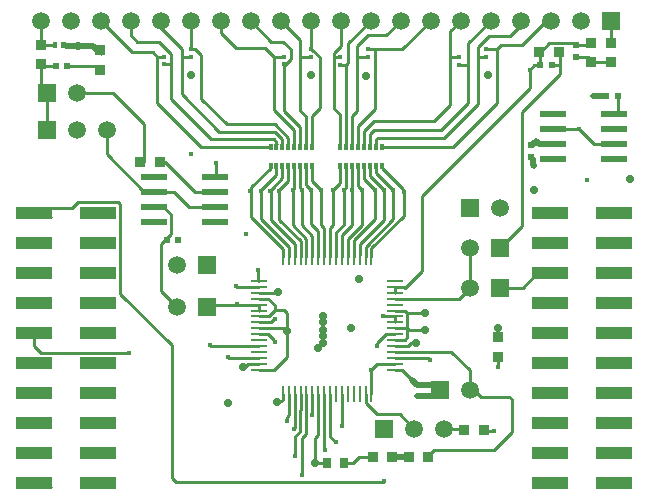
<source format=gtl>
G04*
G04 #@! TF.GenerationSoftware,Altium Limited,Altium Designer,19.0.10 (269)*
G04*
G04 Layer_Physical_Order=1*
G04 Layer_Color=255*
%FSLAX25Y25*%
%MOIN*%
G70*
G01*
G75*
%ADD10C,0.01000*%
%ADD17R,0.03500X0.03500*%
%ADD18R,0.03500X0.03500*%
%ADD19R,0.03150X0.03347*%
%ADD20R,0.08700X0.02400*%
%ADD21R,0.01181X0.02362*%
%ADD22R,0.01575X0.02362*%
%ADD23R,0.01100X0.05300*%
%ADD24R,0.05300X0.01100*%
%ADD25R,0.02362X0.01968*%
%ADD26R,0.01968X0.02362*%
%ADD27R,0.12205X0.03937*%
%ADD41C,0.02000*%
%ADD42C,0.05906*%
%ADD43R,0.05906X0.05906*%
%ADD44C,0.02800*%
%ADD45C,0.01600*%
D10*
X135449Y53612D02*
X136338Y54500D01*
X138000D01*
X135232Y56460D02*
Y59500D01*
X134402Y55630D02*
X135232Y56460D01*
X95000Y58500D02*
Y64500D01*
Y50000D02*
Y58500D01*
X93983Y59517D02*
X95000Y58500D01*
X91798Y35000D02*
X92095D01*
X92500Y35405D01*
X92791Y35115D01*
X93231D01*
X39500Y70969D02*
Y100914D01*
Y70969D02*
X56663Y53806D01*
X38914Y101500D02*
X39500Y100914D01*
X66500Y136000D02*
X75000Y127500D01*
X66500Y136000D02*
Y150500D01*
X75000Y127500D02*
X91046D01*
X58000Y8400D02*
X127400D01*
X14874Y98000D02*
X16342Y96531D01*
X23559Y99468D02*
X25591Y101500D01*
X10740Y53760D02*
Y58000D01*
Y53760D02*
X13231Y51269D01*
X32000Y58000D02*
X32721D01*
X10740Y98000D02*
X14874D01*
X12209Y99468D02*
X23559D01*
X33468Y36531D02*
X34317D01*
X25591Y101500D02*
X38914D01*
X13231Y51269D02*
X42500D01*
X32000Y38000D02*
X33468Y36531D01*
X10740Y8000D02*
X14874D01*
X56663Y9737D02*
X58000Y8400D01*
X14874Y8000D02*
X16374Y6500D01*
X56663Y9737D02*
Y53806D01*
X32000Y38000D02*
X33468Y39469D01*
X127400Y8400D02*
X127500Y8500D01*
X10740Y98000D02*
X12209Y99468D01*
X131282Y71328D02*
Y73297D01*
Y61486D02*
Y63454D01*
X135732Y59000D02*
X141000D01*
X134402Y65373D02*
X135232Y64543D01*
X131332Y65373D02*
X134402D01*
X131282Y59517D02*
X131299Y59500D01*
X131282Y55580D02*
X131332Y55630D01*
X131282Y65423D02*
X131332Y65373D01*
X131282Y53612D02*
X135449D01*
X141994Y49675D02*
X142668Y49000D01*
X125297Y47706D02*
X131282D01*
X123295Y45705D02*
X125297Y47706D01*
X123295Y37752D02*
Y45705D01*
X109634Y23366D02*
X111500Y21500D01*
X109516Y37752D02*
X109634Y37633D01*
X107400Y19604D02*
Y33988D01*
Y19604D02*
X107904Y19100D01*
X131282Y49675D02*
X141994D01*
X95736Y30736D02*
Y37752D01*
X135232Y59500D02*
Y64543D01*
X113500Y27000D02*
X113571Y27071D01*
X85732Y47656D02*
X85782Y47706D01*
X113571Y27071D02*
Y37752D01*
X82228Y47656D02*
X85732D01*
X125000Y54500D02*
X127999Y57499D01*
X99600Y32162D02*
X99673Y32235D01*
X81072Y46500D02*
X82228Y47656D01*
X90917Y55115D02*
X91032Y55000D01*
X88902Y57499D02*
X90917Y55484D01*
X127999Y57499D02*
X131232D01*
X101592Y31608D02*
Y37702D01*
X93231Y35115D02*
X93768Y35652D01*
X85782Y69360D02*
X85832Y69310D01*
X69500Y53868D02*
X69637Y53730D01*
X91076Y65500D02*
X94000D01*
X131332Y55630D02*
X134402D01*
X107524Y34111D02*
Y37728D01*
X101400Y24385D02*
Y31416D01*
X85782Y61486D02*
X85832Y61536D01*
Y57499D02*
X88902D01*
X85782Y71328D02*
X85832Y71278D01*
X103500Y37641D02*
X103595Y37736D01*
X85782Y45738D02*
X90738D01*
X103500Y30546D02*
Y37641D01*
X78366Y73297D02*
X85782D01*
X88902Y69310D02*
X91076Y67136D01*
X97500Y26000D02*
X97705Y26205D01*
X75825Y49675D02*
X85782D01*
Y57549D02*
X85832Y57499D01*
X101400Y31416D02*
X101592Y31608D01*
X78162Y73500D02*
X78366Y73297D01*
X85563Y53730D02*
X85732Y53562D01*
X85782Y63454D02*
X85832Y63504D01*
X131299Y59500D02*
X135232D01*
X103595Y37736D02*
X103610Y37752D01*
X97870Y23400D02*
X99600Y25130D01*
X90883Y62500D02*
X91046D01*
X107524Y37728D02*
X107547Y37752D01*
X100000Y22985D02*
X101400Y24385D01*
X85500Y75315D02*
Y79000D01*
X91666Y71328D02*
X91838Y71500D01*
X97705Y26205D02*
Y37752D01*
X80500Y46500D02*
X81072D01*
X85500Y75315D02*
X85550Y75265D01*
X125000Y53500D02*
Y54500D01*
X100000Y10500D02*
Y22985D01*
X85782Y71328D02*
X91666D01*
X90738Y45738D02*
X95000Y50000D01*
X135232Y59500D02*
X135732Y59000D01*
X85782Y59517D02*
X93983D01*
X101592Y37702D02*
X101642Y37752D01*
X69637Y53730D02*
X85563D01*
X85550Y75265D02*
X85782D01*
X85832Y63504D02*
X89080D01*
X93768Y35652D02*
Y37752D01*
X91076Y65500D02*
Y67136D01*
X99600Y25130D02*
Y32162D01*
X90917Y55115D02*
Y55484D01*
X89919Y61536D02*
X90883Y62500D01*
X135232Y64543D02*
X141000D01*
X142668Y49000D02*
X142831D01*
X97870Y17000D02*
Y23400D01*
X78000Y73500D02*
X78162D01*
X91838Y71500D02*
X92000D01*
X85732Y53562D02*
X85782Y53612D01*
X94000Y65500D02*
X95000Y64500D01*
Y30000D02*
X95736Y30736D01*
X99673Y32235D02*
Y37752D01*
X85832Y61536D02*
X89919D01*
X127047Y63454D02*
X131282D01*
X109634Y23366D02*
Y37633D01*
X127000Y63502D02*
X127047Y63454D01*
X89080Y63504D02*
X91076Y65500D01*
X85832Y69310D02*
X88902D01*
X85782Y65423D02*
Y67391D01*
X131232Y57499D02*
X131282Y57549D01*
X95000Y28500D02*
Y30000D01*
X75484Y50016D02*
X75825Y49675D01*
X177905Y121700D02*
X178462D01*
X69391Y67391D02*
X85782D01*
X68500Y66500D02*
X69391Y67391D01*
X104630Y23030D02*
X105600Y24000D01*
X104630Y14530D02*
Y23030D01*
X56350Y90850D02*
Y97500D01*
X53000Y87500D02*
X56350Y90850D01*
X53850Y100000D02*
X56350Y97500D01*
X105600Y24000D02*
Y37752D01*
X104600Y14500D02*
X104630Y14530D01*
X104600Y14500D02*
X107440D01*
X165500Y57012D02*
Y59500D01*
Y57012D02*
X166000Y56512D01*
X165500Y46500D02*
Y49041D01*
X166000Y49541D01*
X117000Y14500D02*
X119000Y16500D01*
X114248Y14500D02*
X117000D01*
X164000Y19000D02*
X170000Y25000D01*
X144256Y19000D02*
X164000D01*
X141756Y16500D02*
X144256Y19000D01*
X170000Y25000D02*
Y35914D01*
X133382Y45738D02*
X136874Y42246D01*
Y42126D02*
Y42246D01*
X53000Y72000D02*
Y87500D01*
Y72000D02*
X58500Y66500D01*
X160500Y25244D02*
X164000D01*
X169267Y36647D02*
X170000Y35914D01*
X159680Y36647D02*
X169267D01*
X157327Y39000D02*
X159680Y36647D01*
X156000Y39000D02*
X157327D01*
X147500Y26000D02*
X154244D01*
X60000Y150000D02*
Y152500D01*
Y137500D02*
Y150000D01*
X63000D01*
X91548Y121000D02*
X91704D01*
X52500Y155000D02*
X56500Y151000D01*
Y147500D02*
Y151000D01*
X54025Y147500D02*
X56500D01*
Y135843D02*
Y147500D01*
Y135843D02*
X69862Y122481D01*
X53000Y159500D02*
X60000Y152500D01*
Y137500D02*
X72500Y125000D01*
X64500Y152500D02*
X66500Y150500D01*
X176500Y120468D02*
X176674D01*
X131282Y45738D02*
X133382D01*
X144000Y37000D02*
X146000Y39000D01*
X144500Y40500D02*
X146000Y39000D01*
X154244Y26000D02*
X154744Y25500D01*
X176000Y139500D02*
Y145500D01*
X140000Y103500D02*
X176000Y139500D01*
X140000Y78500D02*
Y103500D01*
X134414Y72914D02*
X140000Y78500D01*
X134082Y73247D02*
X134414Y72914D01*
X131332Y73247D02*
X134082D01*
X131282Y73297D02*
X131332Y73247D01*
X166000Y86187D02*
X173500Y93687D01*
Y131500D01*
X132715Y30785D02*
X137500Y26000D01*
X125223Y30785D02*
X132715D01*
X121377Y34632D02*
X125223Y30785D01*
X121377Y34632D02*
Y37702D01*
X121327Y37752D02*
X121377Y37702D01*
X119000Y16500D02*
X124244D01*
X149857Y51643D02*
X156000Y45500D01*
X131282Y51643D02*
X149857D01*
X156000Y39000D02*
Y45500D01*
X177500Y113500D02*
Y113662D01*
X176500Y116532D02*
X176984Y116047D01*
X178000Y122000D02*
X178162D01*
X204300Y131000D02*
X204768D01*
X205469Y131700D01*
Y137000D01*
X201532Y137000D02*
X201532Y137000D01*
X186256Y147378D02*
Y150500D01*
Y144256D02*
Y147378D01*
X183597D02*
X186256D01*
X183468Y147250D02*
X183597Y147378D01*
X177626Y147126D02*
X179408D01*
X179532Y147250D01*
X176000Y145500D02*
X177626Y147126D01*
X173500Y131500D02*
X186256Y144256D01*
X179532Y147250D02*
Y151287D01*
X179744Y151500D01*
Y151697D01*
X182619Y154572D01*
X191016D01*
X191500Y154087D01*
Y154000D02*
Y154087D01*
Y154000D02*
X196244D01*
X196500Y154256D01*
X185256Y151500D02*
X186256Y150500D01*
X197500Y121000D02*
X204300D01*
X192500Y126000D02*
X197500Y121000D01*
X183700Y126000D02*
X192500D01*
X195425Y149819D02*
X196500Y148744D01*
X191744Y149819D02*
X195425D01*
X191500Y150063D02*
X191744Y149819D01*
X166000Y73000D02*
X173715D01*
X178606Y77891D01*
X182740D01*
X152360Y69360D02*
X156000Y73000D01*
X131282Y69360D02*
X152360D01*
X156000Y73000D02*
Y86187D01*
X196500Y148744D02*
X196994Y148250D01*
X203000D01*
Y154750D02*
Y162000D01*
X32319Y151650D02*
X32516D01*
X33000Y151165D01*
Y150969D02*
Y151165D01*
X21969Y147000D02*
X32969D01*
X33000Y147031D01*
X64500Y105000D02*
X71300D01*
X54500Y115000D02*
X64500Y105000D01*
X51468Y115000D02*
X54500D01*
X47532D02*
Y127469D01*
X37000Y138000D02*
X47532Y127469D01*
X25000Y138000D02*
X37000D01*
X62500Y100000D02*
X71300D01*
X57500Y105000D02*
X62500Y100000D01*
X50700Y105000D02*
X57500D01*
X35000Y117550D02*
Y125500D01*
Y117550D02*
X47550Y105000D01*
X50700D01*
X71500Y110200D02*
Y114500D01*
X71300Y110000D02*
X71500Y110200D01*
X50700Y100000D02*
X53850D01*
X15000Y125500D02*
Y138000D01*
X13000Y140000D02*
X15000Y138000D01*
X13000Y140000D02*
Y147500D01*
X13500Y147000D02*
X18031D01*
X13000Y147500D02*
X13500Y147000D01*
X13000Y154000D02*
X17000D01*
X13000D02*
Y162000D01*
X133885Y105115D02*
X134000Y105000D01*
X133885Y105115D02*
Y105957D01*
X126732Y113110D02*
X133885Y105957D01*
X134000Y96891D02*
Y105000D01*
X123295Y86187D02*
X134000Y96891D01*
X123295Y83252D02*
Y86187D01*
X121327Y83252D02*
Y86764D01*
X130500Y95937D01*
X127500Y95764D02*
Y105500D01*
X119358Y87622D02*
X127500Y95764D01*
X119358Y84000D02*
Y87622D01*
X124500Y95891D02*
Y105500D01*
X117390Y88781D02*
X124500Y95891D01*
X117390Y83252D02*
Y88781D01*
X83000Y96758D02*
Y105500D01*
X93768Y83252D02*
Y85990D01*
X83000Y96758D02*
X93768Y85990D01*
X86500Y96000D02*
Y105500D01*
X95736Y83252D02*
Y86764D01*
X86500Y96000D02*
X95736Y86764D01*
X89704Y95765D02*
Y105662D01*
X97705Y83252D02*
Y87764D01*
X89704Y95765D02*
X97705Y87764D01*
X92500Y95634D02*
Y105500D01*
X99673Y83252D02*
Y88461D01*
X92500Y95634D02*
X99673Y88461D01*
X116858Y93874D02*
Y105500D01*
X113453Y90469D02*
X116858Y93874D01*
X113453Y83252D02*
Y90469D01*
X114000Y94047D02*
Y105500D01*
X111484Y91532D02*
X114000Y94047D01*
X111484Y83252D02*
Y91532D01*
X115421Y83252D02*
Y89358D01*
X120000Y93937D01*
X109516Y83252D02*
Y93016D01*
X110500Y94000D01*
Y105500D01*
X100000Y94000D02*
Y105500D01*
Y105662D01*
X97532Y106194D02*
Y113701D01*
X97000Y105662D02*
X97532Y106194D01*
X95563Y108563D02*
Y113701D01*
X92500Y105500D02*
X95563Y108563D01*
X93594Y109564D02*
Y113701D01*
X90400Y106370D02*
X93594Y109564D01*
X107547Y83252D02*
Y92953D01*
X106500Y94000D02*
X107547Y92953D01*
X106500Y94000D02*
Y105500D01*
X103610Y83252D02*
Y90390D01*
X100000Y94000D02*
X103610Y90390D01*
X101642Y83252D02*
Y89358D01*
X97000Y94000D02*
X101642Y89358D01*
X97000Y94000D02*
Y105500D01*
X105579Y83252D02*
Y91858D01*
X103079Y94358D02*
X105579Y91858D01*
X103079Y94358D02*
Y105500D01*
X99500Y106162D02*
Y113701D01*
Y106162D02*
X100000Y105662D01*
X103437Y108563D02*
X106500Y105500D01*
X120000Y93937D02*
Y105500D01*
X130500Y95937D02*
Y105500D01*
X83000D02*
X83115Y105615D01*
Y106568D01*
X89657Y113110D01*
X126732D02*
Y113701D01*
X124842Y111158D02*
Y113623D01*
X124764Y113701D02*
X124842Y113623D01*
Y111158D02*
X130500Y105500D01*
X122795Y110205D02*
X127500Y105500D01*
X122795Y110205D02*
Y113701D01*
X120827Y109173D02*
X124500Y105500D01*
X120827Y109173D02*
Y113701D01*
X120000Y105500D02*
Y105662D01*
X118858Y106804D02*
X120000Y105662D01*
X118858Y106804D02*
Y113701D01*
X116858Y105500D02*
X116874Y105516D01*
Y113685D01*
X116890Y113701D01*
X114000Y105500D02*
Y105662D01*
X114921Y106584D01*
Y113701D01*
X110500Y105500D02*
X112953Y107953D01*
Y113701D01*
X103437Y108563D02*
Y113701D01*
X103079Y105500D02*
Y105532D01*
X101469Y107142D02*
X103079Y105532D01*
X101469Y107142D02*
Y113701D01*
X97000Y105500D02*
Y105662D01*
X89704D02*
X90400Y106359D01*
Y106370D01*
X86500Y105500D02*
X91626Y110626D01*
Y113701D01*
X89657Y113110D02*
Y113701D01*
X155500Y154500D02*
X163000Y162000D01*
X155500Y147500D02*
Y154500D01*
X103000Y161641D02*
Y162000D01*
X149500Y149970D02*
Y158500D01*
X173505Y154000D02*
X180567Y161061D01*
X166500Y154000D02*
X173505D01*
X165000Y152500D02*
X166500Y154000D01*
X169500Y157000D02*
X173000Y160500D01*
X162500Y157000D02*
X169500D01*
X158832Y153332D02*
X162500Y157000D01*
X173000Y160500D02*
Y162000D01*
X161500Y152500D02*
X165000D01*
Y134500D02*
Y152500D01*
X150500Y120000D02*
X165000Y134500D01*
X180567Y161061D02*
X182061D01*
X155500Y134500D02*
Y147500D01*
X146500Y125500D02*
X155500Y134500D01*
X124000Y125500D02*
X146500D01*
X158832Y134332D02*
Y149970D01*
X147483Y122983D02*
X158832Y134332D01*
X125343Y122983D02*
X147483D01*
X158832Y149970D02*
Y153332D01*
X149500Y149500D02*
Y149970D01*
Y134000D02*
Y149500D01*
X149970Y149970D01*
X152500D01*
X149500Y158500D02*
X153000Y162000D01*
X122795Y124295D02*
X124000Y125500D01*
X144000Y128500D02*
X149500Y134000D01*
X124000Y128500D02*
X144000D01*
X155250Y147250D02*
X155500Y147500D01*
X152500Y147250D02*
X155250D01*
X126732Y120000D02*
X150500D01*
X158832Y149970D02*
X161500D01*
X182061Y161061D02*
X183000Y162000D01*
X124842Y122481D02*
X125343Y122983D01*
X120827Y125327D02*
X124000Y128500D01*
X120827Y120000D02*
Y125327D01*
X122795Y120000D02*
Y124295D01*
X66525Y120000D02*
X89657D01*
X51925Y134600D02*
X66525Y120000D01*
X51925Y134600D02*
Y150000D01*
X54025D01*
X63000Y152500D02*
X64500D01*
X112953Y147250D02*
X114921D01*
Y120000D02*
Y147250D01*
X118500Y132000D02*
Y150000D01*
X116890Y130390D02*
X118500Y132000D01*
X116890Y120000D02*
Y130390D01*
X124500Y132500D02*
Y152500D01*
X118858Y126858D02*
X124500Y132500D01*
X118858Y120000D02*
Y126858D01*
X124500Y152500D02*
X133500D01*
X122000D02*
X124500D01*
X133500D02*
X143000Y162000D01*
X118500Y150000D02*
Y153500D01*
Y150000D02*
X118530Y149970D01*
X122000D01*
X118500Y153500D02*
X122281Y157281D01*
X128281D01*
X133000Y162000D01*
X110653Y132847D02*
Y149970D01*
Y132847D02*
X112953Y130547D01*
X110653Y149970D02*
X112953D01*
X110653D02*
Y151153D01*
X113000Y153500D01*
Y162000D01*
X115500Y154500D02*
X123000Y162000D01*
X115500Y148000D02*
Y154500D01*
X114865Y147365D02*
X115500Y148000D01*
X113068Y147365D02*
X114865D01*
X112953Y147250D02*
X113068Y147365D01*
X112953Y120000D02*
Y130547D01*
X103359Y120078D02*
X103437Y120156D01*
X103585Y152385D02*
X106000Y149970D01*
Y132984D02*
Y149970D01*
X103437Y130421D02*
X106000Y132984D01*
X99500Y150000D02*
Y155500D01*
Y132084D02*
Y150000D01*
X93000Y162000D02*
X99500Y155500D01*
X103437Y120156D02*
Y130421D01*
X97532Y120000D02*
Y125452D01*
X90781Y132203D02*
X97532Y125452D01*
X90781Y132203D02*
Y150000D01*
X99500Y120000D02*
Y126484D01*
X94000Y131984D02*
X99500Y126484D01*
X94000Y131984D02*
Y147500D01*
X101469Y120000D02*
Y130115D01*
X99500Y132084D02*
X101469Y130115D01*
X99500Y150000D02*
X103000D01*
X94313Y147250D02*
X96500Y149437D01*
X87780Y153000D02*
X90781Y150000D01*
X78000Y153000D02*
X87780D01*
X73000Y158000D02*
X78000Y153000D01*
X90781Y150000D02*
X94000D01*
X73000Y158000D02*
Y162000D01*
X103000Y152500D02*
X103115Y152385D01*
X103585D01*
X103000Y152500D02*
Y161641D01*
X99500Y119500D02*
Y120000D01*
X96500Y149437D02*
Y152500D01*
X93969Y155031D02*
X96500Y152500D01*
X89969Y155031D02*
X93969D01*
X83000Y162000D02*
X89969Y155031D01*
X45117Y155000D02*
X52500D01*
X69862Y122481D02*
X90786D01*
X72500Y125000D02*
X91000D01*
X91046Y127500D02*
X95563Y122983D01*
Y120000D02*
Y122983D01*
X91000Y125000D02*
X93516Y122483D01*
Y120078D02*
Y122483D01*
X63000Y152500D02*
Y162000D01*
X43000Y157117D02*
X45117Y155000D01*
X43000Y157117D02*
Y162000D01*
X50425Y151500D02*
X51925Y150000D01*
X43500Y151500D02*
X50425D01*
X33000Y162000D02*
X43500Y151500D01*
X53000Y159500D02*
Y162000D01*
X91548Y121000D02*
Y121720D01*
X90786Y122481D02*
X91548Y121720D01*
X124842Y120078D02*
Y122481D01*
X124764Y120000D02*
X124842Y120078D01*
X103359Y120078D02*
X103437Y120000D01*
X103000Y162000D02*
X103359Y161641D01*
X93516Y120078D02*
X93594Y120000D01*
D17*
X32969Y145750D02*
D03*
Y152250D02*
D03*
X196500Y154750D02*
D03*
Y148250D02*
D03*
X165500Y56506D02*
D03*
Y50006D02*
D03*
X203000Y154750D02*
D03*
Y148250D02*
D03*
X13000Y147500D02*
D03*
Y154000D02*
D03*
D18*
X185750Y151500D02*
D03*
X179250D02*
D03*
X130250Y16500D02*
D03*
X123750D02*
D03*
X154250Y25500D02*
D03*
X160750D02*
D03*
X135750Y16500D02*
D03*
X142250D02*
D03*
X52750Y115000D02*
D03*
X46250D02*
D03*
D19*
X108500Y14500D02*
D03*
X114248D02*
D03*
D20*
X183700Y116000D02*
D03*
Y121000D02*
D03*
Y126000D02*
D03*
Y131000D02*
D03*
X204300D02*
D03*
Y126000D02*
D03*
Y121000D02*
D03*
Y116000D02*
D03*
X71300Y95000D02*
D03*
Y100000D02*
D03*
Y105000D02*
D03*
Y110000D02*
D03*
X50700D02*
D03*
Y105000D02*
D03*
Y100000D02*
D03*
Y95000D02*
D03*
D21*
X126732Y113701D02*
D03*
X124764D02*
D03*
X122795D02*
D03*
X120827D02*
D03*
X118858D02*
D03*
X116890D02*
D03*
X114921D02*
D03*
X112953D02*
D03*
X126732Y120000D02*
D03*
X124764D02*
D03*
X122795D02*
D03*
X120827D02*
D03*
X118858D02*
D03*
X116890D02*
D03*
X114921D02*
D03*
X112953D02*
D03*
X103437Y113701D02*
D03*
X101469D02*
D03*
X99500D02*
D03*
X97532D02*
D03*
X95563D02*
D03*
X93594D02*
D03*
X91626D02*
D03*
X89657D02*
D03*
X103437Y120000D02*
D03*
X101469D02*
D03*
X99500D02*
D03*
X97532D02*
D03*
X95563D02*
D03*
X93594D02*
D03*
X91626D02*
D03*
X89657D02*
D03*
D22*
X17941Y154000D02*
D03*
X20500D02*
D03*
D23*
X123295Y83252D02*
D03*
X121327D02*
D03*
X119358D02*
D03*
X117390D02*
D03*
X115421D02*
D03*
X113453D02*
D03*
X111484D02*
D03*
X109516D02*
D03*
X107547D02*
D03*
X105579D02*
D03*
X103610D02*
D03*
X101642D02*
D03*
X99673D02*
D03*
X97705D02*
D03*
X95736D02*
D03*
X93768D02*
D03*
Y37752D02*
D03*
X95736D02*
D03*
X97705D02*
D03*
X99673D02*
D03*
X101642D02*
D03*
X103610D02*
D03*
X105579D02*
D03*
X107547D02*
D03*
X109516D02*
D03*
X111484D02*
D03*
X113453D02*
D03*
X115421D02*
D03*
X117390D02*
D03*
X119358D02*
D03*
X121327D02*
D03*
X123295D02*
D03*
D24*
X85782Y75265D02*
D03*
Y73297D02*
D03*
Y71328D02*
D03*
Y69360D02*
D03*
Y67391D02*
D03*
Y65423D02*
D03*
Y63454D02*
D03*
Y61486D02*
D03*
Y59517D02*
D03*
Y57549D02*
D03*
Y55580D02*
D03*
Y53612D02*
D03*
Y51643D02*
D03*
Y49675D02*
D03*
Y47706D02*
D03*
Y45738D02*
D03*
X131282D02*
D03*
Y47706D02*
D03*
Y49675D02*
D03*
Y51643D02*
D03*
Y53612D02*
D03*
Y55580D02*
D03*
Y57549D02*
D03*
Y59517D02*
D03*
Y61486D02*
D03*
Y63454D02*
D03*
Y65423D02*
D03*
Y67391D02*
D03*
Y69360D02*
D03*
Y71328D02*
D03*
Y73297D02*
D03*
Y75265D02*
D03*
D25*
X205469Y137000D02*
D03*
X201532D02*
D03*
X179532Y147250D02*
D03*
X183468D02*
D03*
X58969Y89000D02*
D03*
X55032D02*
D03*
X18031Y147000D02*
D03*
X21969D02*
D03*
D26*
X176500Y120468D02*
D03*
Y116532D02*
D03*
X191500Y150063D02*
D03*
Y154000D02*
D03*
D27*
X32000Y8000D02*
D03*
Y18000D02*
D03*
X10740Y8000D02*
D03*
Y18000D02*
D03*
X32000Y28000D02*
D03*
X10740D02*
D03*
X32000Y38000D02*
D03*
X10740D02*
D03*
X32000Y58000D02*
D03*
X10740D02*
D03*
X32000Y68000D02*
D03*
X10740D02*
D03*
Y98000D02*
D03*
X32000D02*
D03*
X10740Y88000D02*
D03*
X32000D02*
D03*
X10740Y78000D02*
D03*
X32000D02*
D03*
X10740Y48000D02*
D03*
X32000D02*
D03*
X204000Y7891D02*
D03*
Y17891D02*
D03*
X182740Y7891D02*
D03*
Y17891D02*
D03*
X204000Y27891D02*
D03*
X182740D02*
D03*
X204000Y37891D02*
D03*
X182740D02*
D03*
X204000Y57891D02*
D03*
X182740D02*
D03*
X204000Y67891D02*
D03*
X182740D02*
D03*
Y97891D02*
D03*
X204000D02*
D03*
X182740Y87891D02*
D03*
X204000D02*
D03*
X182740Y77891D02*
D03*
X204000D02*
D03*
X182740Y47891D02*
D03*
X204000D02*
D03*
D41*
X133000Y16500D02*
X136244D01*
X129756D02*
X133000D01*
X136874Y42126D02*
X138500Y40500D01*
X176674Y120468D02*
X177905Y121700D01*
X178462D02*
X179162Y121000D01*
X178162Y122000D02*
X178462Y121700D01*
X179162Y121000D02*
X183700D01*
X138500Y37000D02*
X144000D01*
X138500Y40500D02*
X144500D01*
X176984Y114178D02*
X177500Y113662D01*
X176984Y114178D02*
Y116047D01*
X197244Y137000D02*
X201532D01*
X21500Y153500D02*
X25500D01*
X30468D01*
X32319Y151650D01*
X21000Y154000D02*
X21500Y153500D01*
D42*
X147500Y26000D02*
D03*
X137500D02*
D03*
X166000Y99500D02*
D03*
X58500Y66500D02*
D03*
X156000Y73000D02*
D03*
Y86187D02*
D03*
X193000Y162000D02*
D03*
X183000D02*
D03*
X173000D02*
D03*
X163000D02*
D03*
X153000D02*
D03*
X143000D02*
D03*
X133000D02*
D03*
X123000D02*
D03*
X113000D02*
D03*
X103000D02*
D03*
X93000D02*
D03*
X83000D02*
D03*
X73000D02*
D03*
X63000D02*
D03*
X53000D02*
D03*
X43000D02*
D03*
X33000D02*
D03*
X23000D02*
D03*
X13000D02*
D03*
X25000Y138000D02*
D03*
X35000Y125500D02*
D03*
X25000D02*
D03*
X58500Y80500D02*
D03*
X156000Y39000D02*
D03*
D43*
X127500Y26000D02*
D03*
X156000Y99500D02*
D03*
X68500Y66500D02*
D03*
X166000Y73000D02*
D03*
Y86187D02*
D03*
X203000Y162000D02*
D03*
X15000Y138000D02*
D03*
Y125500D02*
D03*
X68500Y80500D02*
D03*
X146000Y39000D02*
D03*
D44*
X177500Y105662D02*
D03*
X138000Y54500D02*
D03*
X95000Y58500D02*
D03*
X75484Y34500D02*
D03*
X91798Y35000D02*
D03*
X31000Y78000D02*
D03*
X34211Y68124D02*
D03*
X31000D02*
D03*
X10000Y7891D02*
D03*
X10279Y48000D02*
D03*
X34500Y78000D02*
D03*
Y88000D02*
D03*
Y98000D02*
D03*
X32721Y38000D02*
D03*
Y48000D02*
D03*
X31000Y88000D02*
D03*
X10279D02*
D03*
X31000Y98000D02*
D03*
X10279Y68000D02*
D03*
X32721Y58000D02*
D03*
X10279Y38000D02*
D03*
X92000Y71500D02*
D03*
X141000Y59000D02*
D03*
Y64543D02*
D03*
X80500Y46500D02*
D03*
X104500Y14500D02*
D03*
X165500Y59500D02*
D03*
X180000Y47891D02*
D03*
X184500D02*
D03*
X182280Y7891D02*
D03*
Y27891D02*
D03*
X180000Y57891D02*
D03*
X184500Y58000D02*
D03*
X116500Y59500D02*
D03*
X63000Y144000D02*
D03*
X103000D02*
D03*
X121500Y143500D02*
D03*
X162000Y144000D02*
D03*
X209500Y109211D02*
D03*
X10279Y18000D02*
D03*
Y28000D02*
D03*
Y78000D02*
D03*
X25500Y153500D02*
D03*
X105500Y52826D02*
D03*
X107000Y63754D02*
D03*
Y61637D02*
D03*
Y56882D02*
D03*
Y59000D02*
D03*
Y54500D02*
D03*
X119000Y75998D02*
D03*
D45*
X10279Y98000D02*
D03*
X127500Y8500D02*
D03*
X42500Y51269D02*
D03*
X123295Y45705D02*
D03*
X103500Y30546D02*
D03*
X97870Y17000D02*
D03*
X85500Y79000D02*
D03*
X95000Y28500D02*
D03*
X111500Y21500D02*
D03*
X78000Y73500D02*
D03*
X75484Y50016D02*
D03*
X91032Y55000D02*
D03*
X142831Y49000D02*
D03*
X100000Y10500D02*
D03*
X113500Y27000D02*
D03*
X97500Y26000D02*
D03*
X125000Y53500D02*
D03*
X69500Y53868D02*
D03*
X107904Y19100D02*
D03*
X127000Y63502D02*
D03*
X91046Y62500D02*
D03*
X68500Y80500D02*
D03*
X78500Y67500D02*
D03*
X147500Y26000D02*
D03*
X137500D02*
D03*
X127500D02*
D03*
X133000Y16500D02*
D03*
X165500Y46500D02*
D03*
X186059Y98000D02*
D03*
X68500Y66500D02*
D03*
X164000Y25244D02*
D03*
X138500Y37000D02*
D03*
Y40500D02*
D03*
X166000Y73000D02*
D03*
X156000D02*
D03*
Y86187D02*
D03*
X166000D02*
D03*
X15000Y125500D02*
D03*
Y138000D02*
D03*
X25000D02*
D03*
X35000Y125500D02*
D03*
X177500Y113500D02*
D03*
X178000Y122000D02*
D03*
X197244Y137000D02*
D03*
X176000Y145500D02*
D03*
X192500Y126000D02*
D03*
X204300D02*
D03*
X195000Y109000D02*
D03*
X186279Y78000D02*
D03*
X166000Y99500D02*
D03*
X156000D02*
D03*
X81500Y91000D02*
D03*
X71500Y114500D02*
D03*
X58500Y80500D02*
D03*
X25000Y125500D02*
D03*
Y138000D02*
D03*
X63031Y117500D02*
D03*
X134000Y105000D02*
D03*
X100000Y105500D02*
D03*
X82850Y105324D02*
D03*
X130500Y105500D02*
D03*
X127500D02*
D03*
X124500D02*
D03*
X120000D02*
D03*
X116858D02*
D03*
X114000D02*
D03*
X110500D02*
D03*
X106500D02*
D03*
X103079D02*
D03*
X97000D02*
D03*
X92350Y105324D02*
D03*
X89554D02*
D03*
X86350D02*
D03*
X152500Y147250D02*
D03*
Y149970D02*
D03*
X161500D02*
D03*
Y152500D02*
D03*
X122000D02*
D03*
Y149970D02*
D03*
X112953Y147250D02*
D03*
Y149970D02*
D03*
X94000Y147500D02*
D03*
X103000Y150000D02*
D03*
Y152500D02*
D03*
X94000Y150000D02*
D03*
X54025D02*
D03*
Y147500D02*
D03*
X63000Y150000D02*
D03*
Y152500D02*
D03*
M02*

</source>
